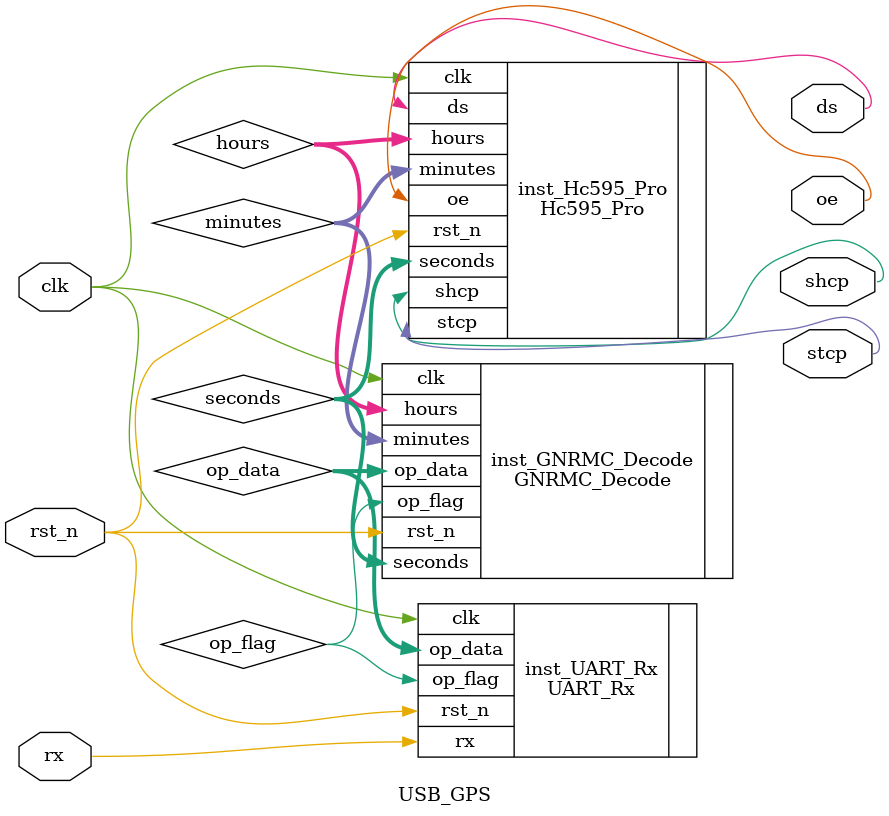
<source format=v>
module USB_GPS (
	input clk, 
	input rst_n,
	input rx,
	output ds,
	output oe,
	output shcp,
	output stcp
);

	wire op_flag;
	wire [7:0] op_data;

	wire [15:0] hours;
	wire [15:0] minutes;
	wire [15:0] seconds;

	UART_Rx 
	#(
		.baud_cnt_max(24'd5207)
	)
	inst_UART_Rx
	(
		.clk(clk),
		.rst_n(rst_n),
		.rx(rx),
		.op_data(op_data),
		.op_flag(op_flag)
	);

	GNRMC_Decode inst_GNRMC_Decode (
		.clk(clk),
		.rst_n(rst_n),
		.op_data(op_data),
		.op_flag(op_flag),
		.hours(hours),
		.minutes(minutes),
		.seconds(seconds)
	);

	Hc595_Pro inst_Hc595_Pro (
		.clk(clk),
		.rst_n(rst_n),
		.hours(hours),
		.minutes(minutes),
		.seconds(seconds),
		.ds(ds),
		.shcp(shcp),
		.stcp(stcp),
		.oe(oe)
	);

endmodule
</source>
